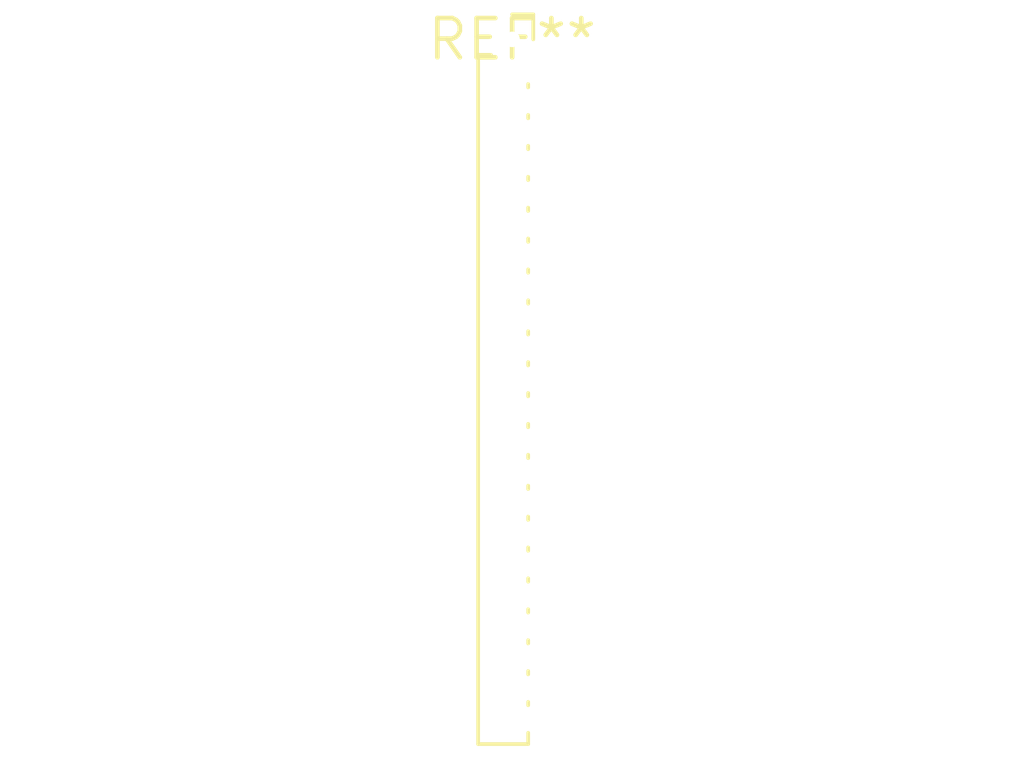
<source format=kicad_pcb>
(kicad_pcb (version 20240108) (generator pcbnew)
  (layers (0 "F.Cu" signal) (31 "B.Cu" signal) (34 "B.Paste" user) (35 "F.Paste" user) (36 "B.SilkS" user "B.Silkscreen") (37 "F.SilkS" user "F.Silkscreen") (38 "B.Mask" user) (39 "F.Mask" user) (44 "Edge.Cuts" user))
  (net 0 "")
  (footprint "PinSocket_1x23_P1.00mm_Vertical" (layer "F.Cu") (at 0 0)
    (property "Reference" "REF**")
    (property "Value" "PinSocket_1x23_P1.00mm_Vertical")
    (fp_line (start -1.1 0.5) (end -1.1 22.81) (layer "F.SilkS") (stroke (width 0.12)))
    (fp_line (start -1.1 0.5) (end -0.685 0.5) (layer "F.SilkS") (stroke (width 0.12)))
    (fp_line (start -1.1 22.81) (end 0.52 22.81) (layer "F.SilkS") (stroke (width 0.12)))
    (fp_line (start 0 -0.81) (end 0.685 -0.81) (layer "F.SilkS") (stroke (width 0.12)))
    (fp_line (start 0.52 1.445898) (end 0.52 1.554102) (layer "F.SilkS") (stroke (width 0.12)))
    (fp_line (start 0.52 2.445898) (end 0.52 2.554102) (layer "F.SilkS") (stroke (width 0.12)))
    (fp_line (start 0.52 3.445898) (end 0.52 3.554102) (layer "F.SilkS") (stroke (width 0.12)))
    (fp_line (start 0.52 4.445898) (end 0.52 4.554102) (layer "F.SilkS") (stroke (width 0.12)))
    (fp_line (start 0.52 5.445898) (end 0.52 5.554102) (layer "F.SilkS") (stroke (width 0.12)))
    (fp_line (start 0.52 6.445898) (end 0.52 6.554102) (layer "F.SilkS") (stroke (width 0.12)))
    (fp_line (start 0.52 7.445898) (end 0.52 7.554102) (layer "F.SilkS") (stroke (width 0.12)))
    (fp_line (start 0.52 8.445898) (end 0.52 8.554102) (layer "F.SilkS") (stroke (width 0.12)))
    (fp_line (start 0.52 9.445898) (end 0.52 9.554102) (layer "F.SilkS") (stroke (width 0.12)))
    (fp_line (start 0.52 10.445898) (end 0.52 10.554102) (layer "F.SilkS") (stroke (width 0.12)))
    (fp_line (start 0.52 11.445898) (end 0.52 11.554102) (layer "F.SilkS") (stroke (width 0.12)))
    (fp_line (start 0.52 12.445898) (end 0.52 12.554102) (layer "F.SilkS") (stroke (width 0.12)))
    (fp_line (start 0.52 13.445898) (end 0.52 13.554102) (layer "F.SilkS") (stroke (width 0.12)))
    (fp_line (start 0.52 14.445898) (end 0.52 14.554102) (layer "F.SilkS") (stroke (width 0.12)))
    (fp_line (start 0.52 15.445898) (end 0.52 15.554102) (layer "F.SilkS") (stroke (width 0.12)))
    (fp_line (start 0.52 16.445898) (end 0.52 16.554102) (layer "F.SilkS") (stroke (width 0.12)))
    (fp_line (start 0.52 17.445898) (end 0.52 17.554102) (layer "F.SilkS") (stroke (width 0.12)))
    (fp_line (start 0.52 18.445898) (end 0.52 18.554102) (layer "F.SilkS") (stroke (width 0.12)))
    (fp_line (start 0.52 19.445898) (end 0.52 19.554102) (layer "F.SilkS") (stroke (width 0.12)))
    (fp_line (start 0.52 20.445898) (end 0.52 20.554102) (layer "F.SilkS") (stroke (width 0.12)))
    (fp_line (start 0.52 21.445898) (end 0.52 21.554102) (layer "F.SilkS") (stroke (width 0.12)))
    (fp_line (start 0.52 22.445898) (end 0.52 22.81) (layer "F.SilkS") (stroke (width 0.12)))
    (fp_line (start 0.685 -0.81) (end 0.685 0) (layer "F.SilkS") (stroke (width 0.12)))
    (pad "1" thru_hole rect (at 0 0) (size 0.85 0.85) (drill 0.5) (layers *.Cu *.Mask) (remove_unused_layers))
    (pad "2" thru_hole oval (at 0 1) (size 0.85 0.85) (drill 0.5) (layers *.Cu *.Mask) (remove_unused_layers))
    (pad "3" thru_hole oval (at 0 2) (size 0.85 0.85) (drill 0.5) (layers *.Cu *.Mask) (remove_unused_layers))
    (pad "4" thru_hole oval (at 0 3) (size 0.85 0.85) (drill 0.5) (layers *.Cu *.Mask) (remove_unused_layers))
    (pad "5" thru_hole oval (at 0 4) (size 0.85 0.85) (drill 0.5) (layers *.Cu *.Mask) (remove_unused_layers))
    (pad "6" thru_hole oval (at 0 5) (size 0.85 0.85) (drill 0.5) (layers *.Cu *.Mask) (remove_unused_layers))
    (pad "7" thru_hole oval (at 0 6) (size 0.85 0.85) (drill 0.5) (layers *.Cu *.Mask) (remove_unused_layers))
    (pad "8" thru_hole oval (at 0 7) (size 0.85 0.85) (drill 0.5) (layers *.Cu *.Mask) (remove_unused_layers))
    (pad "9" thru_hole oval (at 0 8) (size 0.85 0.85) (drill 0.5) (layers *.Cu *.Mask) (remove_unused_layers))
    (pad "10" thru_hole oval (at 0 9) (size 0.85 0.85) (drill 0.5) (layers *.Cu *.Mask) (remove_unused_layers))
    (pad "11" thru_hole oval (at 0 10) (size 0.85 0.85) (drill 0.5) (layers *.Cu *.Mask) (remove_unused_layers))
    (pad "12" thru_hole oval (at 0 11) (size 0.85 0.85) (drill 0.5) (layers *.Cu *.Mask) (remove_unused_layers))
    (pad "13" thru_hole oval (at 0 12) (size 0.85 0.85) (drill 0.5) (layers *.Cu *.Mask) (remove_unused_layers))
    (pad "14" thru_hole oval (at 0 13) (size 0.85 0.85) (drill 0.5) (layers *.Cu *.Mask) (remove_unused_layers))
    (pad "15" thru_hole oval (at 0 14) (size 0.85 0.85) (drill 0.5) (layers *.Cu *.Mask) (remove_unused_layers))
    (pad "16" thru_hole oval (at 0 15) (size 0.85 0.85) (drill 0.5) (layers *.Cu *.Mask) (remove_unused_layers))
    (pad "17" thru_hole oval (at 0 16) (size 0.85 0.85) (drill 0.5) (layers *.Cu *.Mask) (remove_unused_layers))
    (pad "18" thru_hole oval (at 0 17) (size 0.85 0.85) (drill 0.5) (layers *.Cu *.Mask) (remove_unused_layers))
    (pad "19" thru_hole oval (at 0 18) (size 0.85 0.85) (drill 0.5) (layers *.Cu *.Mask) (remove_unused_layers))
    (pad "20" thru_hole oval (at 0 19) (size 0.85 0.85) (drill 0.5) (layers *.Cu *.Mask) (remove_unused_layers))
    (pad "21" thru_hole oval (at 0 20) (size 0.85 0.85) (drill 0.5) (layers *.Cu *.Mask) (remove_unused_layers))
    (pad "22" thru_hole oval (at 0 21) (size 0.85 0.85) (drill 0.5) (layers *.Cu *.Mask) (remove_unused_layers))
    (pad "23" thru_hole oval (at 0 22) (size 0.85 0.85) (drill 0.5) (layers *.Cu *.Mask) (remove_unused_layers))
  )
)
</source>
